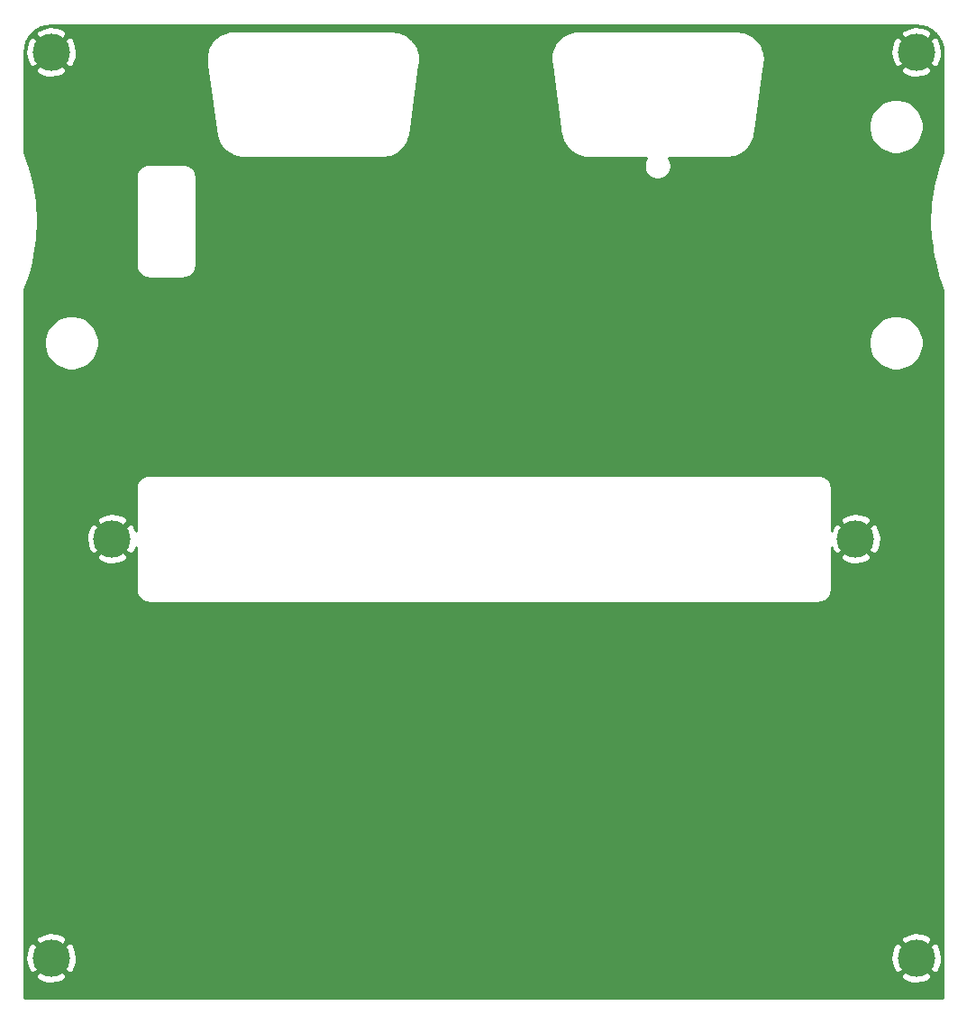
<source format=gbl>
%TF.GenerationSoftware,KiCad,Pcbnew,(5.1.8)-1*%
%TF.CreationDate,2021-04-11T21:11:18+02:00*%
%TF.ProjectId,ZX Interface 2021 FA1,5a582049-6e74-4657-9266-616365203230,rev?*%
%TF.SameCoordinates,Original*%
%TF.FileFunction,Copper,L2,Bot*%
%TF.FilePolarity,Positive*%
%FSLAX46Y46*%
G04 Gerber Fmt 4.6, Leading zero omitted, Abs format (unit mm)*
G04 Created by KiCad (PCBNEW (5.1.8)-1) date 2021-04-11 21:11:18*
%MOMM*%
%LPD*%
G01*
G04 APERTURE LIST*
%TA.AperFunction,ComponentPad*%
%ADD10C,3.500000*%
%TD*%
%TA.AperFunction,Conductor*%
%ADD11C,0.254000*%
%TD*%
%TA.AperFunction,Conductor*%
%ADD12C,0.100000*%
%TD*%
G04 APERTURE END LIST*
D10*
%TO.P,M1,1*%
%TO.N,Net-(M1-Pad1)*%
X105410000Y-134620000D03*
%TD*%
%TO.P,M2,1*%
%TO.N,Net-(M1-Pad1)*%
X186690000Y-134620000D03*
%TD*%
%TO.P,M3,1*%
%TO.N,Net-(M1-Pad1)*%
X186690000Y-49530000D03*
%TD*%
%TO.P,M5,1*%
%TO.N,Net-(M1-Pad1)*%
X180975000Y-95250000D03*
%TD*%
%TO.P,M6,1*%
%TO.N,Net-(M1-Pad1)*%
X111125000Y-95250000D03*
%TD*%
%TO.P,M4,1*%
%TO.N,Net-(M1-Pad1)*%
X105410000Y-49530000D03*
%TD*%
D11*
%TO.N,Net-(M1-Pad1)*%
X187177884Y-47066002D02*
X187647188Y-47207694D01*
X188080025Y-47437837D01*
X188459927Y-47747678D01*
X188772403Y-48125397D01*
X189005569Y-48556627D01*
X189150532Y-49024928D01*
X189205001Y-49543163D01*
X189205000Y-58924897D01*
X189202227Y-58932686D01*
X189197230Y-58944468D01*
X189194112Y-58953140D01*
X188658857Y-60474761D01*
X188650980Y-60501219D01*
X188642714Y-60527627D01*
X188640457Y-60536562D01*
X188256241Y-62103154D01*
X188250976Y-62130288D01*
X188245334Y-62157344D01*
X188243959Y-62166456D01*
X188014450Y-63763064D01*
X188011859Y-63790577D01*
X188008883Y-63818058D01*
X188008404Y-63827261D01*
X187935791Y-65438645D01*
X187935897Y-65466255D01*
X187935617Y-65493921D01*
X187936039Y-65503127D01*
X188021017Y-67113906D01*
X188023815Y-67141357D01*
X188026237Y-67168934D01*
X188027555Y-67178054D01*
X188269311Y-68772855D01*
X188274782Y-68799941D01*
X188279877Y-68827111D01*
X188282078Y-68836060D01*
X188678306Y-70399657D01*
X188686388Y-70426058D01*
X188694116Y-70452624D01*
X188697180Y-70461314D01*
X189205001Y-71870308D01*
X189205000Y-138397725D01*
X189204335Y-138404513D01*
X189199699Y-138405000D01*
X102902275Y-138405000D01*
X102895487Y-138404335D01*
X102895000Y-138399699D01*
X102895000Y-136289609D01*
X103919997Y-136289609D01*
X104106073Y-136630766D01*
X104523409Y-136846513D01*
X104974815Y-136976696D01*
X105442946Y-137016313D01*
X105909811Y-136963842D01*
X106357468Y-136821297D01*
X106713927Y-136630766D01*
X106900003Y-136289609D01*
X185199997Y-136289609D01*
X185386073Y-136630766D01*
X185803409Y-136846513D01*
X186254815Y-136976696D01*
X186722946Y-137016313D01*
X187189811Y-136963842D01*
X187637468Y-136821297D01*
X187993927Y-136630766D01*
X188180003Y-136289609D01*
X186690000Y-134799605D01*
X185199997Y-136289609D01*
X106900003Y-136289609D01*
X105410000Y-134799605D01*
X103919997Y-136289609D01*
X102895000Y-136289609D01*
X102895000Y-134652946D01*
X103013687Y-134652946D01*
X103066158Y-135119811D01*
X103208703Y-135567468D01*
X103399234Y-135923927D01*
X103740391Y-136110003D01*
X105230395Y-134620000D01*
X105589605Y-134620000D01*
X107079609Y-136110003D01*
X107420766Y-135923927D01*
X107636513Y-135506591D01*
X107766696Y-135055185D01*
X107800736Y-134652946D01*
X184293687Y-134652946D01*
X184346158Y-135119811D01*
X184488703Y-135567468D01*
X184679234Y-135923927D01*
X185020391Y-136110003D01*
X186510395Y-134620000D01*
X186869605Y-134620000D01*
X188359609Y-136110003D01*
X188700766Y-135923927D01*
X188916513Y-135506591D01*
X189046696Y-135055185D01*
X189086313Y-134587054D01*
X189033842Y-134120189D01*
X188891297Y-133672532D01*
X188700766Y-133316073D01*
X188359609Y-133129997D01*
X186869605Y-134620000D01*
X186510395Y-134620000D01*
X185020391Y-133129997D01*
X184679234Y-133316073D01*
X184463487Y-133733409D01*
X184333304Y-134184815D01*
X184293687Y-134652946D01*
X107800736Y-134652946D01*
X107806313Y-134587054D01*
X107753842Y-134120189D01*
X107611297Y-133672532D01*
X107420766Y-133316073D01*
X107079609Y-133129997D01*
X105589605Y-134620000D01*
X105230395Y-134620000D01*
X103740391Y-133129997D01*
X103399234Y-133316073D01*
X103183487Y-133733409D01*
X103053304Y-134184815D01*
X103013687Y-134652946D01*
X102895000Y-134652946D01*
X102895000Y-132950391D01*
X103919997Y-132950391D01*
X105410000Y-134440395D01*
X106900003Y-132950391D01*
X185199997Y-132950391D01*
X186690000Y-134440395D01*
X188180003Y-132950391D01*
X187993927Y-132609234D01*
X187576591Y-132393487D01*
X187125185Y-132263304D01*
X186657054Y-132223687D01*
X186190189Y-132276158D01*
X185742532Y-132418703D01*
X185386073Y-132609234D01*
X185199997Y-132950391D01*
X106900003Y-132950391D01*
X106713927Y-132609234D01*
X106296591Y-132393487D01*
X105845185Y-132263304D01*
X105377054Y-132223687D01*
X104910189Y-132276158D01*
X104462532Y-132418703D01*
X104106073Y-132609234D01*
X103919997Y-132950391D01*
X102895000Y-132950391D01*
X102895000Y-96919609D01*
X109634997Y-96919609D01*
X109821073Y-97260766D01*
X110238409Y-97476513D01*
X110689815Y-97606696D01*
X111157946Y-97646313D01*
X111624811Y-97593842D01*
X112072468Y-97451297D01*
X112428927Y-97260766D01*
X112615003Y-96919609D01*
X111125000Y-95429605D01*
X109634997Y-96919609D01*
X102895000Y-96919609D01*
X102895000Y-95282946D01*
X108728687Y-95282946D01*
X108781158Y-95749811D01*
X108923703Y-96197468D01*
X109114234Y-96553927D01*
X109455391Y-96740003D01*
X110945395Y-95250000D01*
X111304605Y-95250000D01*
X112794609Y-96740003D01*
X113135766Y-96553927D01*
X113351513Y-96136591D01*
X113386001Y-96017006D01*
X113386001Y-100108419D01*
X113388749Y-100136323D01*
X113388728Y-100139367D01*
X113389628Y-100148538D01*
X113394778Y-100197535D01*
X113395551Y-100205383D01*
X113395630Y-100205645D01*
X113399992Y-100247140D01*
X113412016Y-100305714D01*
X113423229Y-100364496D01*
X113425893Y-100373317D01*
X113455211Y-100468028D01*
X113478370Y-100523119D01*
X113500798Y-100578632D01*
X113505125Y-100586768D01*
X113552280Y-100673980D01*
X113585730Y-100723571D01*
X113618486Y-100773629D01*
X113624310Y-100780770D01*
X113687507Y-100857162D01*
X113729942Y-100899301D01*
X113771805Y-100942051D01*
X113778906Y-100947925D01*
X113855737Y-101010587D01*
X113905548Y-101043681D01*
X113954921Y-101077488D01*
X113963027Y-101081870D01*
X114050566Y-101128415D01*
X114105841Y-101151197D01*
X114160851Y-101174775D01*
X114169655Y-101177500D01*
X114264568Y-101206156D01*
X114323241Y-101217773D01*
X114381758Y-101230212D01*
X114390923Y-101231175D01*
X114489594Y-101240850D01*
X114489598Y-101240850D01*
X114521581Y-101244000D01*
X177578419Y-101244000D01*
X177606332Y-101241251D01*
X177609367Y-101241272D01*
X177618538Y-101240372D01*
X177667384Y-101235238D01*
X177675383Y-101234450D01*
X177675650Y-101234369D01*
X177717140Y-101230008D01*
X177775714Y-101217984D01*
X177834496Y-101206771D01*
X177843317Y-101204107D01*
X177938028Y-101174789D01*
X177993119Y-101151630D01*
X178048632Y-101129202D01*
X178056768Y-101124875D01*
X178143980Y-101077720D01*
X178193571Y-101044270D01*
X178243629Y-101011514D01*
X178250770Y-101005690D01*
X178327162Y-100942493D01*
X178369301Y-100900058D01*
X178412051Y-100858195D01*
X178417925Y-100851094D01*
X178480587Y-100774263D01*
X178513681Y-100724452D01*
X178547488Y-100675079D01*
X178551870Y-100666973D01*
X178598415Y-100579434D01*
X178621197Y-100524159D01*
X178644775Y-100469149D01*
X178647500Y-100460345D01*
X178676156Y-100365432D01*
X178687773Y-100306759D01*
X178700212Y-100248242D01*
X178701175Y-100239077D01*
X178710850Y-100140406D01*
X178710850Y-100140402D01*
X178714000Y-100108419D01*
X178714000Y-96919609D01*
X179484997Y-96919609D01*
X179671073Y-97260766D01*
X180088409Y-97476513D01*
X180539815Y-97606696D01*
X181007946Y-97646313D01*
X181474811Y-97593842D01*
X181922468Y-97451297D01*
X182278927Y-97260766D01*
X182465003Y-96919609D01*
X180975000Y-95429605D01*
X179484997Y-96919609D01*
X178714000Y-96919609D01*
X178714000Y-96009973D01*
X178773703Y-96197468D01*
X178964234Y-96553927D01*
X179305391Y-96740003D01*
X180795395Y-95250000D01*
X181154605Y-95250000D01*
X182644609Y-96740003D01*
X182985766Y-96553927D01*
X183201513Y-96136591D01*
X183331696Y-95685185D01*
X183371313Y-95217054D01*
X183318842Y-94750189D01*
X183176297Y-94302532D01*
X182985766Y-93946073D01*
X182644609Y-93759997D01*
X181154605Y-95250000D01*
X180795395Y-95250000D01*
X179305391Y-93759997D01*
X178964234Y-93946073D01*
X178748487Y-94363409D01*
X178714000Y-94482992D01*
X178714000Y-93580391D01*
X179484997Y-93580391D01*
X180975000Y-95070395D01*
X182465003Y-93580391D01*
X182278927Y-93239234D01*
X181861591Y-93023487D01*
X181410185Y-92893304D01*
X180942054Y-92853687D01*
X180475189Y-92906158D01*
X180027532Y-93048703D01*
X179671073Y-93239234D01*
X179484997Y-93580391D01*
X178714000Y-93580391D01*
X178714000Y-90391581D01*
X178711251Y-90363668D01*
X178711272Y-90360633D01*
X178710372Y-90351462D01*
X178705238Y-90302616D01*
X178704450Y-90294617D01*
X178704369Y-90294350D01*
X178700008Y-90252860D01*
X178687984Y-90194286D01*
X178676771Y-90135504D01*
X178674107Y-90126683D01*
X178644789Y-90031973D01*
X178621636Y-89976895D01*
X178599202Y-89921368D01*
X178594875Y-89913232D01*
X178547720Y-89826020D01*
X178514270Y-89776429D01*
X178481514Y-89726371D01*
X178475689Y-89719230D01*
X178412493Y-89642838D01*
X178370058Y-89600699D01*
X178328195Y-89557949D01*
X178321094Y-89552075D01*
X178244263Y-89489413D01*
X178194467Y-89456329D01*
X178145079Y-89422512D01*
X178136973Y-89418130D01*
X178049434Y-89371585D01*
X177994159Y-89348803D01*
X177939149Y-89325225D01*
X177930346Y-89322500D01*
X177835432Y-89293844D01*
X177776752Y-89282225D01*
X177718242Y-89269788D01*
X177709077Y-89268825D01*
X177610406Y-89259150D01*
X177610402Y-89259150D01*
X177578419Y-89256000D01*
X114521581Y-89256000D01*
X114493668Y-89258749D01*
X114490633Y-89258728D01*
X114481462Y-89259628D01*
X114432616Y-89264762D01*
X114424617Y-89265550D01*
X114424350Y-89265631D01*
X114382860Y-89269992D01*
X114324286Y-89282016D01*
X114265504Y-89293229D01*
X114256683Y-89295893D01*
X114161973Y-89325211D01*
X114106895Y-89348364D01*
X114051368Y-89370798D01*
X114043232Y-89375125D01*
X113956020Y-89422280D01*
X113906429Y-89455730D01*
X113856371Y-89488486D01*
X113849230Y-89494311D01*
X113772838Y-89557507D01*
X113730709Y-89599932D01*
X113687949Y-89641805D01*
X113682075Y-89648906D01*
X113619413Y-89725737D01*
X113586329Y-89775533D01*
X113552512Y-89824921D01*
X113548130Y-89833027D01*
X113501585Y-89920566D01*
X113478813Y-89975816D01*
X113455225Y-90030851D01*
X113452500Y-90039654D01*
X113423844Y-90134568D01*
X113412225Y-90193248D01*
X113399788Y-90251758D01*
X113398825Y-90260923D01*
X113389150Y-90359594D01*
X113389150Y-90359599D01*
X113386000Y-90391582D01*
X113386000Y-94490028D01*
X113326297Y-94302532D01*
X113135766Y-93946073D01*
X112794609Y-93759997D01*
X111304605Y-95250000D01*
X110945395Y-95250000D01*
X109455391Y-93759997D01*
X109114234Y-93946073D01*
X108898487Y-94363409D01*
X108768304Y-94814815D01*
X108728687Y-95282946D01*
X102895000Y-95282946D01*
X102895000Y-93580391D01*
X109634997Y-93580391D01*
X111125000Y-95070395D01*
X112615003Y-93580391D01*
X112428927Y-93239234D01*
X112011591Y-93023487D01*
X111560185Y-92893304D01*
X111092054Y-92853687D01*
X110625189Y-92906158D01*
X110177532Y-93048703D01*
X109821073Y-93239234D01*
X109634997Y-93580391D01*
X102895000Y-93580391D01*
X102895000Y-76582116D01*
X104747423Y-76582116D01*
X104747423Y-77087884D01*
X104846094Y-77583934D01*
X105039643Y-78051204D01*
X105320633Y-78471735D01*
X105678265Y-78829367D01*
X106098796Y-79110357D01*
X106566066Y-79303906D01*
X107062116Y-79402577D01*
X107567884Y-79402577D01*
X108063934Y-79303906D01*
X108531204Y-79110357D01*
X108951735Y-78829367D01*
X109309367Y-78471735D01*
X109590357Y-78051204D01*
X109783906Y-77583934D01*
X109882577Y-77087884D01*
X109882577Y-76582116D01*
X182217423Y-76582116D01*
X182217423Y-77087884D01*
X182316094Y-77583934D01*
X182509643Y-78051204D01*
X182790633Y-78471735D01*
X183148265Y-78829367D01*
X183568796Y-79110357D01*
X184036066Y-79303906D01*
X184532116Y-79402577D01*
X185037884Y-79402577D01*
X185533934Y-79303906D01*
X186001204Y-79110357D01*
X186421735Y-78829367D01*
X186779367Y-78471735D01*
X187060357Y-78051204D01*
X187253906Y-77583934D01*
X187352577Y-77087884D01*
X187352577Y-76582116D01*
X187253906Y-76086066D01*
X187060357Y-75618796D01*
X186779367Y-75198265D01*
X186421735Y-74840633D01*
X186001204Y-74559643D01*
X185533934Y-74366094D01*
X185037884Y-74267423D01*
X184532116Y-74267423D01*
X184036066Y-74366094D01*
X183568796Y-74559643D01*
X183148265Y-74840633D01*
X182790633Y-75198265D01*
X182509643Y-75618796D01*
X182316094Y-76086066D01*
X182217423Y-76582116D01*
X109882577Y-76582116D01*
X109783906Y-76086066D01*
X109590357Y-75618796D01*
X109309367Y-75198265D01*
X108951735Y-74840633D01*
X108531204Y-74559643D01*
X108063934Y-74366094D01*
X107567884Y-74267423D01*
X107062116Y-74267423D01*
X106566066Y-74366094D01*
X106098796Y-74559643D01*
X105678265Y-74840633D01*
X105320633Y-75198265D01*
X105039643Y-75618796D01*
X104846094Y-76086066D01*
X104747423Y-76582116D01*
X102895000Y-76582116D01*
X102895000Y-71885103D01*
X102897775Y-71877312D01*
X102902770Y-71865532D01*
X102905888Y-71856861D01*
X103441143Y-70335239D01*
X103449024Y-70308769D01*
X103457286Y-70282372D01*
X103459543Y-70273438D01*
X103617737Y-69628418D01*
X113386000Y-69628418D01*
X113388749Y-69656332D01*
X113388728Y-69659367D01*
X113389628Y-69668538D01*
X113394764Y-69717399D01*
X113395550Y-69725382D01*
X113395631Y-69725649D01*
X113399992Y-69767140D01*
X113412016Y-69825714D01*
X113423229Y-69884496D01*
X113425893Y-69893317D01*
X113455211Y-69988028D01*
X113478370Y-70043119D01*
X113500798Y-70098632D01*
X113505125Y-70106768D01*
X113552280Y-70193980D01*
X113585730Y-70243571D01*
X113618486Y-70293629D01*
X113624310Y-70300770D01*
X113687507Y-70377162D01*
X113729942Y-70419301D01*
X113771805Y-70462051D01*
X113778906Y-70467925D01*
X113855737Y-70530587D01*
X113905548Y-70563681D01*
X113954921Y-70597488D01*
X113963027Y-70601870D01*
X114050566Y-70648415D01*
X114105841Y-70671197D01*
X114160851Y-70694775D01*
X114169655Y-70697500D01*
X114264568Y-70726156D01*
X114323241Y-70737773D01*
X114381758Y-70750212D01*
X114390923Y-70751175D01*
X114489594Y-70760850D01*
X114489598Y-70760850D01*
X114521581Y-70764000D01*
X117888419Y-70764000D01*
X117916332Y-70761251D01*
X117919367Y-70761272D01*
X117928538Y-70760372D01*
X117977384Y-70755238D01*
X117985383Y-70754450D01*
X117985650Y-70754369D01*
X118027140Y-70750008D01*
X118085714Y-70737984D01*
X118144496Y-70726771D01*
X118153317Y-70724107D01*
X118248028Y-70694789D01*
X118303119Y-70671630D01*
X118358632Y-70649202D01*
X118366768Y-70644875D01*
X118453980Y-70597720D01*
X118503571Y-70564270D01*
X118553629Y-70531514D01*
X118560770Y-70525690D01*
X118637162Y-70462493D01*
X118679301Y-70420058D01*
X118722051Y-70378195D01*
X118727925Y-70371094D01*
X118790587Y-70294263D01*
X118823681Y-70244452D01*
X118857488Y-70195079D01*
X118861870Y-70186973D01*
X118908415Y-70099434D01*
X118931197Y-70044159D01*
X118954775Y-69989149D01*
X118957500Y-69980345D01*
X118986156Y-69885432D01*
X118997773Y-69826759D01*
X119010212Y-69768242D01*
X119011175Y-69759077D01*
X119020850Y-69660406D01*
X119020850Y-69660402D01*
X119024000Y-69628419D01*
X119024000Y-61181581D01*
X119021251Y-61153668D01*
X119021272Y-61150633D01*
X119020372Y-61141462D01*
X119015238Y-61092616D01*
X119014450Y-61084617D01*
X119014369Y-61084350D01*
X119010008Y-61042860D01*
X118997984Y-60984286D01*
X118986771Y-60925504D01*
X118984107Y-60916683D01*
X118954789Y-60821973D01*
X118931636Y-60766895D01*
X118909202Y-60711368D01*
X118904875Y-60703232D01*
X118857720Y-60616020D01*
X118824270Y-60566429D01*
X118791514Y-60516371D01*
X118785689Y-60509230D01*
X118722493Y-60432838D01*
X118680058Y-60390699D01*
X118638195Y-60347949D01*
X118631094Y-60342075D01*
X118554263Y-60279413D01*
X118504467Y-60246329D01*
X118455079Y-60212512D01*
X118446973Y-60208130D01*
X118359434Y-60161585D01*
X118304159Y-60138803D01*
X118249149Y-60115225D01*
X118240346Y-60112500D01*
X118145432Y-60083844D01*
X118086752Y-60072225D01*
X118028242Y-60059788D01*
X118019077Y-60058825D01*
X117920406Y-60049150D01*
X117920402Y-60049150D01*
X117888419Y-60046000D01*
X114521581Y-60046000D01*
X114493668Y-60048749D01*
X114490633Y-60048728D01*
X114481462Y-60049628D01*
X114432616Y-60054762D01*
X114424617Y-60055550D01*
X114424350Y-60055631D01*
X114382860Y-60059992D01*
X114324286Y-60072016D01*
X114265504Y-60083229D01*
X114256683Y-60085893D01*
X114161973Y-60115211D01*
X114106895Y-60138364D01*
X114051368Y-60160798D01*
X114043232Y-60165125D01*
X113956020Y-60212280D01*
X113906429Y-60245730D01*
X113856371Y-60278486D01*
X113849230Y-60284311D01*
X113772838Y-60347507D01*
X113730709Y-60389932D01*
X113687949Y-60431805D01*
X113682075Y-60438906D01*
X113619413Y-60515737D01*
X113586329Y-60565533D01*
X113552512Y-60614921D01*
X113548130Y-60623027D01*
X113501585Y-60710566D01*
X113478813Y-60765816D01*
X113455225Y-60820851D01*
X113452500Y-60829654D01*
X113423844Y-60924568D01*
X113412225Y-60983248D01*
X113399788Y-61041758D01*
X113398825Y-61050923D01*
X113389150Y-61149594D01*
X113389150Y-61149608D01*
X113386001Y-61181581D01*
X113386000Y-69628418D01*
X103617737Y-69628418D01*
X103843759Y-68706846D01*
X103849022Y-68679718D01*
X103854666Y-68652656D01*
X103856041Y-68643544D01*
X104085550Y-67046937D01*
X104088142Y-67019416D01*
X104091117Y-66991942D01*
X104091596Y-66982739D01*
X104164209Y-65371355D01*
X104164103Y-65343745D01*
X104164383Y-65316079D01*
X104163961Y-65306874D01*
X104078983Y-63696094D01*
X104076185Y-63668643D01*
X104073763Y-63641066D01*
X104072445Y-63631946D01*
X103830689Y-62037146D01*
X103825218Y-62010061D01*
X103820123Y-61982889D01*
X103817922Y-61973941D01*
X103421694Y-60410343D01*
X103413604Y-60383914D01*
X103405884Y-60357376D01*
X103402820Y-60348686D01*
X102894998Y-58939690D01*
X102894998Y-51199609D01*
X103919997Y-51199609D01*
X104106073Y-51540766D01*
X104523409Y-51756513D01*
X104974815Y-51886696D01*
X105442946Y-51926313D01*
X105909811Y-51873842D01*
X106357468Y-51731297D01*
X106713927Y-51540766D01*
X106900003Y-51199609D01*
X105410000Y-49709605D01*
X103919997Y-51199609D01*
X102894998Y-51199609D01*
X102894999Y-49562946D01*
X103013687Y-49562946D01*
X103066158Y-50029811D01*
X103208703Y-50477468D01*
X103399234Y-50833927D01*
X103740391Y-51020003D01*
X105230395Y-49530000D01*
X105589605Y-49530000D01*
X107079609Y-51020003D01*
X107420766Y-50833927D01*
X107636513Y-50416591D01*
X107691944Y-50224384D01*
X119961361Y-50224384D01*
X119965762Y-50283994D01*
X119969335Y-50343753D01*
X119970844Y-50352844D01*
X120032134Y-50706858D01*
X120918686Y-57308695D01*
X120922506Y-57324888D01*
X120932787Y-57380191D01*
X120942182Y-57412675D01*
X120948521Y-57445905D01*
X120951185Y-57454727D01*
X121062643Y-57814790D01*
X121085831Y-57869953D01*
X121108233Y-57925399D01*
X121112559Y-57933535D01*
X121291831Y-58265092D01*
X121325276Y-58314676D01*
X121358035Y-58364737D01*
X121363859Y-58371878D01*
X121604117Y-58662300D01*
X121646550Y-58704438D01*
X121688416Y-58747191D01*
X121695517Y-58753065D01*
X121987609Y-58991289D01*
X122037447Y-59024401D01*
X122086792Y-59058188D01*
X122094898Y-59062571D01*
X122427698Y-59239523D01*
X122482973Y-59262305D01*
X122537983Y-59285883D01*
X122546786Y-59288608D01*
X122907618Y-59397550D01*
X122966321Y-59409173D01*
X123024810Y-59421606D01*
X123033975Y-59422569D01*
X123409095Y-59459350D01*
X123409098Y-59459350D01*
X123441081Y-59462500D01*
X136591419Y-59462500D01*
X136597559Y-59461895D01*
X136642372Y-59461059D01*
X136675963Y-59457131D01*
X136709779Y-59456342D01*
X136718919Y-59455165D01*
X137087325Y-59405108D01*
X137145514Y-59391312D01*
X137203924Y-59378323D01*
X137212661Y-59375392D01*
X137564326Y-59254732D01*
X137618743Y-59229889D01*
X137673501Y-59205809D01*
X137681503Y-59201238D01*
X138003036Y-59014569D01*
X138051572Y-58979643D01*
X138100629Y-58945373D01*
X138107590Y-58939334D01*
X138386741Y-58693769D01*
X138427571Y-58650079D01*
X138469035Y-58606935D01*
X138474691Y-58599659D01*
X138700829Y-58304549D01*
X138732380Y-58253786D01*
X138764690Y-58203385D01*
X138768825Y-58195149D01*
X138933336Y-57861735D01*
X138954432Y-57805793D01*
X138976331Y-57750093D01*
X138978788Y-57741211D01*
X139060880Y-57436167D01*
X139064689Y-57427903D01*
X139087425Y-57333160D01*
X140003574Y-50705012D01*
X140014774Y-50652031D01*
X140018548Y-50618038D01*
X140025429Y-50584520D01*
X140026328Y-50575349D01*
X140058268Y-50224384D01*
X152346361Y-50224384D01*
X152350762Y-50283994D01*
X152354335Y-50343753D01*
X152355844Y-50352844D01*
X152417134Y-50706858D01*
X153303686Y-57308695D01*
X153307506Y-57324888D01*
X153317787Y-57380191D01*
X153327182Y-57412675D01*
X153333521Y-57445905D01*
X153336185Y-57454727D01*
X153447643Y-57814790D01*
X153470831Y-57869953D01*
X153493233Y-57925399D01*
X153497559Y-57933535D01*
X153676831Y-58265092D01*
X153710276Y-58314676D01*
X153743035Y-58364737D01*
X153748859Y-58371878D01*
X153989117Y-58662300D01*
X154031550Y-58704438D01*
X154073416Y-58747191D01*
X154080517Y-58753065D01*
X154372609Y-58991289D01*
X154422447Y-59024401D01*
X154471792Y-59058188D01*
X154479898Y-59062571D01*
X154812698Y-59239523D01*
X154867973Y-59262305D01*
X154922983Y-59285883D01*
X154931786Y-59288608D01*
X155292618Y-59397550D01*
X155351321Y-59409173D01*
X155409810Y-59421606D01*
X155418975Y-59422569D01*
X155794095Y-59459350D01*
X155794098Y-59459350D01*
X155826081Y-59462500D01*
X161347596Y-59462500D01*
X161245050Y-59615969D01*
X161149401Y-59846887D01*
X161100639Y-60092028D01*
X161100639Y-60341972D01*
X161149401Y-60587113D01*
X161245050Y-60818031D01*
X161383912Y-61025851D01*
X161560649Y-61202588D01*
X161768469Y-61341450D01*
X161999387Y-61437099D01*
X162244528Y-61485861D01*
X162494472Y-61485861D01*
X162739613Y-61437099D01*
X162970531Y-61341450D01*
X163178351Y-61202588D01*
X163355088Y-61025851D01*
X163493950Y-60818031D01*
X163589599Y-60587113D01*
X163638361Y-60341972D01*
X163638361Y-60092028D01*
X163589599Y-59846887D01*
X163493950Y-59615969D01*
X163391404Y-59462500D01*
X168976419Y-59462500D01*
X168982559Y-59461895D01*
X169027372Y-59461059D01*
X169060963Y-59457131D01*
X169094779Y-59456342D01*
X169103919Y-59455165D01*
X169472325Y-59405108D01*
X169530514Y-59391312D01*
X169588924Y-59378323D01*
X169597661Y-59375392D01*
X169949326Y-59254732D01*
X170003743Y-59229889D01*
X170058501Y-59205809D01*
X170066503Y-59201238D01*
X170388036Y-59014569D01*
X170436572Y-58979643D01*
X170485629Y-58945373D01*
X170492590Y-58939334D01*
X170771741Y-58693769D01*
X170812571Y-58650079D01*
X170854035Y-58606935D01*
X170859691Y-58599659D01*
X171085829Y-58304549D01*
X171117380Y-58253786D01*
X171149690Y-58203385D01*
X171153825Y-58195149D01*
X171318336Y-57861735D01*
X171339432Y-57805793D01*
X171361331Y-57750093D01*
X171363788Y-57741211D01*
X171445880Y-57436167D01*
X171449689Y-57427903D01*
X171472425Y-57333160D01*
X171620465Y-56262116D01*
X182217423Y-56262116D01*
X182217423Y-56767884D01*
X182316094Y-57263934D01*
X182509643Y-57731204D01*
X182790633Y-58151735D01*
X183148265Y-58509367D01*
X183568796Y-58790357D01*
X184036066Y-58983906D01*
X184532116Y-59082577D01*
X185037884Y-59082577D01*
X185533934Y-58983906D01*
X186001204Y-58790357D01*
X186421735Y-58509367D01*
X186779367Y-58151735D01*
X187060357Y-57731204D01*
X187253906Y-57263934D01*
X187352577Y-56767884D01*
X187352577Y-56262116D01*
X187253906Y-55766066D01*
X187060357Y-55298796D01*
X186779367Y-54878265D01*
X186421735Y-54520633D01*
X186001204Y-54239643D01*
X185533934Y-54046094D01*
X185037884Y-53947423D01*
X184532116Y-53947423D01*
X184036066Y-54046094D01*
X183568796Y-54239643D01*
X183148265Y-54520633D01*
X182790633Y-54878265D01*
X182509643Y-55298796D01*
X182316094Y-55766066D01*
X182217423Y-56262116D01*
X171620465Y-56262116D01*
X172320210Y-51199609D01*
X185199997Y-51199609D01*
X185386073Y-51540766D01*
X185803409Y-51756513D01*
X186254815Y-51886696D01*
X186722946Y-51926313D01*
X187189811Y-51873842D01*
X187637468Y-51731297D01*
X187993927Y-51540766D01*
X188180003Y-51199609D01*
X186690000Y-49709605D01*
X185199997Y-51199609D01*
X172320210Y-51199609D01*
X172388574Y-50705012D01*
X172399774Y-50652031D01*
X172403548Y-50618038D01*
X172410429Y-50584520D01*
X172411328Y-50575349D01*
X172445921Y-50195237D01*
X172445503Y-50135420D01*
X172445921Y-50075603D01*
X172445022Y-50066432D01*
X172405126Y-49686839D01*
X172393088Y-49628197D01*
X172381888Y-49569481D01*
X172379916Y-49562946D01*
X184293687Y-49562946D01*
X184346158Y-50029811D01*
X184488703Y-50477468D01*
X184679234Y-50833927D01*
X185020391Y-51020003D01*
X186510395Y-49530000D01*
X186869605Y-49530000D01*
X188359609Y-51020003D01*
X188700766Y-50833927D01*
X188916513Y-50416591D01*
X189046696Y-49965185D01*
X189086313Y-49497054D01*
X189033842Y-49030189D01*
X188891297Y-48582532D01*
X188700766Y-48226073D01*
X188359609Y-48039997D01*
X186869605Y-49530000D01*
X186510395Y-49530000D01*
X185020391Y-48039997D01*
X184679234Y-48226073D01*
X184463487Y-48643409D01*
X184333304Y-49094815D01*
X184293687Y-49562946D01*
X172379916Y-49562946D01*
X172379225Y-49560659D01*
X172266358Y-49196046D01*
X172243175Y-49140898D01*
X172220768Y-49085438D01*
X172216442Y-49077301D01*
X172034904Y-48741555D01*
X172001449Y-48691956D01*
X171968700Y-48641910D01*
X171962876Y-48634769D01*
X171719583Y-48340676D01*
X171677127Y-48298516D01*
X171635283Y-48255786D01*
X171628183Y-48249912D01*
X171332400Y-48008677D01*
X171282589Y-47975583D01*
X171233217Y-47941777D01*
X171225111Y-47937395D01*
X171080289Y-47860391D01*
X185199997Y-47860391D01*
X186690000Y-49350395D01*
X188180003Y-47860391D01*
X187993927Y-47519234D01*
X187576591Y-47303487D01*
X187125185Y-47173304D01*
X186657054Y-47133687D01*
X186190189Y-47186158D01*
X185742532Y-47328703D01*
X185386073Y-47519234D01*
X185199997Y-47860391D01*
X171080289Y-47860391D01*
X170888105Y-47758205D01*
X170832813Y-47735416D01*
X170777817Y-47711844D01*
X170769014Y-47709120D01*
X170403621Y-47598802D01*
X170344948Y-47587185D01*
X170286431Y-47574746D01*
X170277267Y-47573783D01*
X169897405Y-47536537D01*
X169897394Y-47536537D01*
X169865347Y-47533384D01*
X154873510Y-47535004D01*
X154860285Y-47536308D01*
X154725874Y-47541732D01*
X154685313Y-47547368D01*
X154644438Y-47550099D01*
X154635358Y-47551671D01*
X154269470Y-47617651D01*
X154211926Y-47633959D01*
X154154142Y-47649465D01*
X154145540Y-47652772D01*
X153799435Y-47788563D01*
X153746162Y-47815733D01*
X153692483Y-47842172D01*
X153684687Y-47847086D01*
X153371549Y-48047517D01*
X153324576Y-48084511D01*
X153277046Y-48120879D01*
X153270353Y-48127214D01*
X153002109Y-48384651D01*
X152963199Y-48430085D01*
X152923658Y-48474969D01*
X152918323Y-48482483D01*
X152705190Y-48787118D01*
X152675841Y-48839251D01*
X152645774Y-48890957D01*
X152642000Y-48899364D01*
X152492097Y-49239596D01*
X152473456Y-49296368D01*
X152453981Y-49352997D01*
X152451912Y-49361977D01*
X152370949Y-49724845D01*
X152363684Y-49784205D01*
X152355586Y-49843490D01*
X152355301Y-49852700D01*
X152346361Y-50224384D01*
X140058268Y-50224384D01*
X140060921Y-50195237D01*
X140060503Y-50135420D01*
X140060921Y-50075603D01*
X140060022Y-50066432D01*
X140020126Y-49686839D01*
X140008088Y-49628197D01*
X139996888Y-49569481D01*
X139994225Y-49560659D01*
X139881358Y-49196046D01*
X139858175Y-49140898D01*
X139835768Y-49085438D01*
X139831442Y-49077301D01*
X139649904Y-48741555D01*
X139616449Y-48691956D01*
X139583700Y-48641910D01*
X139577876Y-48634769D01*
X139334583Y-48340676D01*
X139292127Y-48298516D01*
X139250283Y-48255786D01*
X139243183Y-48249912D01*
X138947400Y-48008677D01*
X138897589Y-47975583D01*
X138848217Y-47941777D01*
X138840111Y-47937395D01*
X138503105Y-47758205D01*
X138447813Y-47735416D01*
X138392817Y-47711844D01*
X138384014Y-47709120D01*
X138018621Y-47598802D01*
X137959948Y-47587185D01*
X137901431Y-47574746D01*
X137892267Y-47573783D01*
X137512405Y-47536537D01*
X137512394Y-47536537D01*
X137480347Y-47533384D01*
X122488510Y-47535004D01*
X122475285Y-47536308D01*
X122340874Y-47541732D01*
X122300313Y-47547368D01*
X122259438Y-47550099D01*
X122250358Y-47551671D01*
X121884470Y-47617651D01*
X121826926Y-47633959D01*
X121769142Y-47649465D01*
X121760540Y-47652772D01*
X121414435Y-47788563D01*
X121361162Y-47815733D01*
X121307483Y-47842172D01*
X121299687Y-47847086D01*
X120986549Y-48047517D01*
X120939576Y-48084511D01*
X120892046Y-48120879D01*
X120885353Y-48127214D01*
X120617109Y-48384651D01*
X120578199Y-48430085D01*
X120538658Y-48474969D01*
X120533323Y-48482483D01*
X120320190Y-48787118D01*
X120290841Y-48839251D01*
X120260774Y-48890957D01*
X120257000Y-48899364D01*
X120107097Y-49239596D01*
X120088456Y-49296368D01*
X120068981Y-49352997D01*
X120066912Y-49361977D01*
X119985949Y-49724845D01*
X119978684Y-49784205D01*
X119970586Y-49843490D01*
X119970301Y-49852700D01*
X119961361Y-50224384D01*
X107691944Y-50224384D01*
X107766696Y-49965185D01*
X107806313Y-49497054D01*
X107753842Y-49030189D01*
X107611297Y-48582532D01*
X107420766Y-48226073D01*
X107079609Y-48039997D01*
X105589605Y-49530000D01*
X105230395Y-49530000D01*
X103740391Y-48039997D01*
X103399234Y-48226073D01*
X103183487Y-48643409D01*
X103053304Y-49094815D01*
X103013687Y-49562946D01*
X102894999Y-49562946D01*
X102895000Y-49562278D01*
X102946002Y-49042116D01*
X103087694Y-48572812D01*
X103317837Y-48139975D01*
X103545860Y-47860391D01*
X103919997Y-47860391D01*
X105410000Y-49350395D01*
X106900003Y-47860391D01*
X106713927Y-47519234D01*
X106296591Y-47303487D01*
X105845185Y-47173304D01*
X105377054Y-47133687D01*
X104910189Y-47186158D01*
X104462532Y-47328703D01*
X104106073Y-47519234D01*
X103919997Y-47860391D01*
X103545860Y-47860391D01*
X103627678Y-47760073D01*
X104005397Y-47447597D01*
X104436627Y-47214431D01*
X104904928Y-47069468D01*
X105423153Y-47015000D01*
X186657722Y-47015000D01*
X187177884Y-47066002D01*
%TA.AperFunction,Conductor*%
D12*
G36*
X187177884Y-47066002D02*
G01*
X187647188Y-47207694D01*
X188080025Y-47437837D01*
X188459927Y-47747678D01*
X188772403Y-48125397D01*
X189005569Y-48556627D01*
X189150532Y-49024928D01*
X189205001Y-49543163D01*
X189205000Y-58924897D01*
X189202227Y-58932686D01*
X189197230Y-58944468D01*
X189194112Y-58953140D01*
X188658857Y-60474761D01*
X188650980Y-60501219D01*
X188642714Y-60527627D01*
X188640457Y-60536562D01*
X188256241Y-62103154D01*
X188250976Y-62130288D01*
X188245334Y-62157344D01*
X188243959Y-62166456D01*
X188014450Y-63763064D01*
X188011859Y-63790577D01*
X188008883Y-63818058D01*
X188008404Y-63827261D01*
X187935791Y-65438645D01*
X187935897Y-65466255D01*
X187935617Y-65493921D01*
X187936039Y-65503127D01*
X188021017Y-67113906D01*
X188023815Y-67141357D01*
X188026237Y-67168934D01*
X188027555Y-67178054D01*
X188269311Y-68772855D01*
X188274782Y-68799941D01*
X188279877Y-68827111D01*
X188282078Y-68836060D01*
X188678306Y-70399657D01*
X188686388Y-70426058D01*
X188694116Y-70452624D01*
X188697180Y-70461314D01*
X189205001Y-71870308D01*
X189205000Y-138397725D01*
X189204335Y-138404513D01*
X189199699Y-138405000D01*
X102902275Y-138405000D01*
X102895487Y-138404335D01*
X102895000Y-138399699D01*
X102895000Y-136289609D01*
X103919997Y-136289609D01*
X104106073Y-136630766D01*
X104523409Y-136846513D01*
X104974815Y-136976696D01*
X105442946Y-137016313D01*
X105909811Y-136963842D01*
X106357468Y-136821297D01*
X106713927Y-136630766D01*
X106900003Y-136289609D01*
X185199997Y-136289609D01*
X185386073Y-136630766D01*
X185803409Y-136846513D01*
X186254815Y-136976696D01*
X186722946Y-137016313D01*
X187189811Y-136963842D01*
X187637468Y-136821297D01*
X187993927Y-136630766D01*
X188180003Y-136289609D01*
X186690000Y-134799605D01*
X185199997Y-136289609D01*
X106900003Y-136289609D01*
X105410000Y-134799605D01*
X103919997Y-136289609D01*
X102895000Y-136289609D01*
X102895000Y-134652946D01*
X103013687Y-134652946D01*
X103066158Y-135119811D01*
X103208703Y-135567468D01*
X103399234Y-135923927D01*
X103740391Y-136110003D01*
X105230395Y-134620000D01*
X105589605Y-134620000D01*
X107079609Y-136110003D01*
X107420766Y-135923927D01*
X107636513Y-135506591D01*
X107766696Y-135055185D01*
X107800736Y-134652946D01*
X184293687Y-134652946D01*
X184346158Y-135119811D01*
X184488703Y-135567468D01*
X184679234Y-135923927D01*
X185020391Y-136110003D01*
X186510395Y-134620000D01*
X186869605Y-134620000D01*
X188359609Y-136110003D01*
X188700766Y-135923927D01*
X188916513Y-135506591D01*
X189046696Y-135055185D01*
X189086313Y-134587054D01*
X189033842Y-134120189D01*
X188891297Y-133672532D01*
X188700766Y-133316073D01*
X188359609Y-133129997D01*
X186869605Y-134620000D01*
X186510395Y-134620000D01*
X185020391Y-133129997D01*
X184679234Y-133316073D01*
X184463487Y-133733409D01*
X184333304Y-134184815D01*
X184293687Y-134652946D01*
X107800736Y-134652946D01*
X107806313Y-134587054D01*
X107753842Y-134120189D01*
X107611297Y-133672532D01*
X107420766Y-133316073D01*
X107079609Y-133129997D01*
X105589605Y-134620000D01*
X105230395Y-134620000D01*
X103740391Y-133129997D01*
X103399234Y-133316073D01*
X103183487Y-133733409D01*
X103053304Y-134184815D01*
X103013687Y-134652946D01*
X102895000Y-134652946D01*
X102895000Y-132950391D01*
X103919997Y-132950391D01*
X105410000Y-134440395D01*
X106900003Y-132950391D01*
X185199997Y-132950391D01*
X186690000Y-134440395D01*
X188180003Y-132950391D01*
X187993927Y-132609234D01*
X187576591Y-132393487D01*
X187125185Y-132263304D01*
X186657054Y-132223687D01*
X186190189Y-132276158D01*
X185742532Y-132418703D01*
X185386073Y-132609234D01*
X185199997Y-132950391D01*
X106900003Y-132950391D01*
X106713927Y-132609234D01*
X106296591Y-132393487D01*
X105845185Y-132263304D01*
X105377054Y-132223687D01*
X104910189Y-132276158D01*
X104462532Y-132418703D01*
X104106073Y-132609234D01*
X103919997Y-132950391D01*
X102895000Y-132950391D01*
X102895000Y-96919609D01*
X109634997Y-96919609D01*
X109821073Y-97260766D01*
X110238409Y-97476513D01*
X110689815Y-97606696D01*
X111157946Y-97646313D01*
X111624811Y-97593842D01*
X112072468Y-97451297D01*
X112428927Y-97260766D01*
X112615003Y-96919609D01*
X111125000Y-95429605D01*
X109634997Y-96919609D01*
X102895000Y-96919609D01*
X102895000Y-95282946D01*
X108728687Y-95282946D01*
X108781158Y-95749811D01*
X108923703Y-96197468D01*
X109114234Y-96553927D01*
X109455391Y-96740003D01*
X110945395Y-95250000D01*
X111304605Y-95250000D01*
X112794609Y-96740003D01*
X113135766Y-96553927D01*
X113351513Y-96136591D01*
X113386001Y-96017006D01*
X113386001Y-100108419D01*
X113388749Y-100136323D01*
X113388728Y-100139367D01*
X113389628Y-100148538D01*
X113394778Y-100197535D01*
X113395551Y-100205383D01*
X113395630Y-100205645D01*
X113399992Y-100247140D01*
X113412016Y-100305714D01*
X113423229Y-100364496D01*
X113425893Y-100373317D01*
X113455211Y-100468028D01*
X113478370Y-100523119D01*
X113500798Y-100578632D01*
X113505125Y-100586768D01*
X113552280Y-100673980D01*
X113585730Y-100723571D01*
X113618486Y-100773629D01*
X113624310Y-100780770D01*
X113687507Y-100857162D01*
X113729942Y-100899301D01*
X113771805Y-100942051D01*
X113778906Y-100947925D01*
X113855737Y-101010587D01*
X113905548Y-101043681D01*
X113954921Y-101077488D01*
X113963027Y-101081870D01*
X114050566Y-101128415D01*
X114105841Y-101151197D01*
X114160851Y-101174775D01*
X114169655Y-101177500D01*
X114264568Y-101206156D01*
X114323241Y-101217773D01*
X114381758Y-101230212D01*
X114390923Y-101231175D01*
X114489594Y-101240850D01*
X114489598Y-101240850D01*
X114521581Y-101244000D01*
X177578419Y-101244000D01*
X177606332Y-101241251D01*
X177609367Y-101241272D01*
X177618538Y-101240372D01*
X177667384Y-101235238D01*
X177675383Y-101234450D01*
X177675650Y-101234369D01*
X177717140Y-101230008D01*
X177775714Y-101217984D01*
X177834496Y-101206771D01*
X177843317Y-101204107D01*
X177938028Y-101174789D01*
X177993119Y-101151630D01*
X178048632Y-101129202D01*
X178056768Y-101124875D01*
X178143980Y-101077720D01*
X178193571Y-101044270D01*
X178243629Y-101011514D01*
X178250770Y-101005690D01*
X178327162Y-100942493D01*
X178369301Y-100900058D01*
X178412051Y-100858195D01*
X178417925Y-100851094D01*
X178480587Y-100774263D01*
X178513681Y-100724452D01*
X178547488Y-100675079D01*
X178551870Y-100666973D01*
X178598415Y-100579434D01*
X178621197Y-100524159D01*
X178644775Y-100469149D01*
X178647500Y-100460345D01*
X178676156Y-100365432D01*
X178687773Y-100306759D01*
X178700212Y-100248242D01*
X178701175Y-100239077D01*
X178710850Y-100140406D01*
X178710850Y-100140402D01*
X178714000Y-100108419D01*
X178714000Y-96919609D01*
X179484997Y-96919609D01*
X179671073Y-97260766D01*
X180088409Y-97476513D01*
X180539815Y-97606696D01*
X181007946Y-97646313D01*
X181474811Y-97593842D01*
X181922468Y-97451297D01*
X182278927Y-97260766D01*
X182465003Y-96919609D01*
X180975000Y-95429605D01*
X179484997Y-96919609D01*
X178714000Y-96919609D01*
X178714000Y-96009973D01*
X178773703Y-96197468D01*
X178964234Y-96553927D01*
X179305391Y-96740003D01*
X180795395Y-95250000D01*
X181154605Y-95250000D01*
X182644609Y-96740003D01*
X182985766Y-96553927D01*
X183201513Y-96136591D01*
X183331696Y-95685185D01*
X183371313Y-95217054D01*
X183318842Y-94750189D01*
X183176297Y-94302532D01*
X182985766Y-93946073D01*
X182644609Y-93759997D01*
X181154605Y-95250000D01*
X180795395Y-95250000D01*
X179305391Y-93759997D01*
X178964234Y-93946073D01*
X178748487Y-94363409D01*
X178714000Y-94482992D01*
X178714000Y-93580391D01*
X179484997Y-93580391D01*
X180975000Y-95070395D01*
X182465003Y-93580391D01*
X182278927Y-93239234D01*
X181861591Y-93023487D01*
X181410185Y-92893304D01*
X180942054Y-92853687D01*
X180475189Y-92906158D01*
X180027532Y-93048703D01*
X179671073Y-93239234D01*
X179484997Y-93580391D01*
X178714000Y-93580391D01*
X178714000Y-90391581D01*
X178711251Y-90363668D01*
X178711272Y-90360633D01*
X178710372Y-90351462D01*
X178705238Y-90302616D01*
X178704450Y-90294617D01*
X178704369Y-90294350D01*
X178700008Y-90252860D01*
X178687984Y-90194286D01*
X178676771Y-90135504D01*
X178674107Y-90126683D01*
X178644789Y-90031973D01*
X178621636Y-89976895D01*
X178599202Y-89921368D01*
X178594875Y-89913232D01*
X178547720Y-89826020D01*
X178514270Y-89776429D01*
X178481514Y-89726371D01*
X178475689Y-89719230D01*
X178412493Y-89642838D01*
X178370058Y-89600699D01*
X178328195Y-89557949D01*
X178321094Y-89552075D01*
X178244263Y-89489413D01*
X178194467Y-89456329D01*
X178145079Y-89422512D01*
X178136973Y-89418130D01*
X178049434Y-89371585D01*
X177994159Y-89348803D01*
X177939149Y-89325225D01*
X177930346Y-89322500D01*
X177835432Y-89293844D01*
X177776752Y-89282225D01*
X177718242Y-89269788D01*
X177709077Y-89268825D01*
X177610406Y-89259150D01*
X177610402Y-89259150D01*
X177578419Y-89256000D01*
X114521581Y-89256000D01*
X114493668Y-89258749D01*
X114490633Y-89258728D01*
X114481462Y-89259628D01*
X114432616Y-89264762D01*
X114424617Y-89265550D01*
X114424350Y-89265631D01*
X114382860Y-89269992D01*
X114324286Y-89282016D01*
X114265504Y-89293229D01*
X114256683Y-89295893D01*
X114161973Y-89325211D01*
X114106895Y-89348364D01*
X114051368Y-89370798D01*
X114043232Y-89375125D01*
X113956020Y-89422280D01*
X113906429Y-89455730D01*
X113856371Y-89488486D01*
X113849230Y-89494311D01*
X113772838Y-89557507D01*
X113730709Y-89599932D01*
X113687949Y-89641805D01*
X113682075Y-89648906D01*
X113619413Y-89725737D01*
X113586329Y-89775533D01*
X113552512Y-89824921D01*
X113548130Y-89833027D01*
X113501585Y-89920566D01*
X113478813Y-89975816D01*
X113455225Y-90030851D01*
X113452500Y-90039654D01*
X113423844Y-90134568D01*
X113412225Y-90193248D01*
X113399788Y-90251758D01*
X113398825Y-90260923D01*
X113389150Y-90359594D01*
X113389150Y-90359599D01*
X113386000Y-90391582D01*
X113386000Y-94490028D01*
X113326297Y-94302532D01*
X113135766Y-93946073D01*
X112794609Y-93759997D01*
X111304605Y-95250000D01*
X110945395Y-95250000D01*
X109455391Y-93759997D01*
X109114234Y-93946073D01*
X108898487Y-94363409D01*
X108768304Y-94814815D01*
X108728687Y-95282946D01*
X102895000Y-95282946D01*
X102895000Y-93580391D01*
X109634997Y-93580391D01*
X111125000Y-95070395D01*
X112615003Y-93580391D01*
X112428927Y-93239234D01*
X112011591Y-93023487D01*
X111560185Y-92893304D01*
X111092054Y-92853687D01*
X110625189Y-92906158D01*
X110177532Y-93048703D01*
X109821073Y-93239234D01*
X109634997Y-93580391D01*
X102895000Y-93580391D01*
X102895000Y-76582116D01*
X104747423Y-76582116D01*
X104747423Y-77087884D01*
X104846094Y-77583934D01*
X105039643Y-78051204D01*
X105320633Y-78471735D01*
X105678265Y-78829367D01*
X106098796Y-79110357D01*
X106566066Y-79303906D01*
X107062116Y-79402577D01*
X107567884Y-79402577D01*
X108063934Y-79303906D01*
X108531204Y-79110357D01*
X108951735Y-78829367D01*
X109309367Y-78471735D01*
X109590357Y-78051204D01*
X109783906Y-77583934D01*
X109882577Y-77087884D01*
X109882577Y-76582116D01*
X182217423Y-76582116D01*
X182217423Y-77087884D01*
X182316094Y-77583934D01*
X182509643Y-78051204D01*
X182790633Y-78471735D01*
X183148265Y-78829367D01*
X183568796Y-79110357D01*
X184036066Y-79303906D01*
X184532116Y-79402577D01*
X185037884Y-79402577D01*
X185533934Y-79303906D01*
X186001204Y-79110357D01*
X186421735Y-78829367D01*
X186779367Y-78471735D01*
X187060357Y-78051204D01*
X187253906Y-77583934D01*
X187352577Y-77087884D01*
X187352577Y-76582116D01*
X187253906Y-76086066D01*
X187060357Y-75618796D01*
X186779367Y-75198265D01*
X186421735Y-74840633D01*
X186001204Y-74559643D01*
X185533934Y-74366094D01*
X185037884Y-74267423D01*
X184532116Y-74267423D01*
X184036066Y-74366094D01*
X183568796Y-74559643D01*
X183148265Y-74840633D01*
X182790633Y-75198265D01*
X182509643Y-75618796D01*
X182316094Y-76086066D01*
X182217423Y-76582116D01*
X109882577Y-76582116D01*
X109783906Y-76086066D01*
X109590357Y-75618796D01*
X109309367Y-75198265D01*
X108951735Y-74840633D01*
X108531204Y-74559643D01*
X108063934Y-74366094D01*
X107567884Y-74267423D01*
X107062116Y-74267423D01*
X106566066Y-74366094D01*
X106098796Y-74559643D01*
X105678265Y-74840633D01*
X105320633Y-75198265D01*
X105039643Y-75618796D01*
X104846094Y-76086066D01*
X104747423Y-76582116D01*
X102895000Y-76582116D01*
X102895000Y-71885103D01*
X102897775Y-71877312D01*
X102902770Y-71865532D01*
X102905888Y-71856861D01*
X103441143Y-70335239D01*
X103449024Y-70308769D01*
X103457286Y-70282372D01*
X103459543Y-70273438D01*
X103617737Y-69628418D01*
X113386000Y-69628418D01*
X113388749Y-69656332D01*
X113388728Y-69659367D01*
X113389628Y-69668538D01*
X113394764Y-69717399D01*
X113395550Y-69725382D01*
X113395631Y-69725649D01*
X113399992Y-69767140D01*
X113412016Y-69825714D01*
X113423229Y-69884496D01*
X113425893Y-69893317D01*
X113455211Y-69988028D01*
X113478370Y-70043119D01*
X113500798Y-70098632D01*
X113505125Y-70106768D01*
X113552280Y-70193980D01*
X113585730Y-70243571D01*
X113618486Y-70293629D01*
X113624310Y-70300770D01*
X113687507Y-70377162D01*
X113729942Y-70419301D01*
X113771805Y-70462051D01*
X113778906Y-70467925D01*
X113855737Y-70530587D01*
X113905548Y-70563681D01*
X113954921Y-70597488D01*
X113963027Y-70601870D01*
X114050566Y-70648415D01*
X114105841Y-70671197D01*
X114160851Y-70694775D01*
X114169655Y-70697500D01*
X114264568Y-70726156D01*
X114323241Y-70737773D01*
X114381758Y-70750212D01*
X114390923Y-70751175D01*
X114489594Y-70760850D01*
X114489598Y-70760850D01*
X114521581Y-70764000D01*
X117888419Y-70764000D01*
X117916332Y-70761251D01*
X117919367Y-70761272D01*
X117928538Y-70760372D01*
X117977384Y-70755238D01*
X117985383Y-70754450D01*
X117985650Y-70754369D01*
X118027140Y-70750008D01*
X118085714Y-70737984D01*
X118144496Y-70726771D01*
X118153317Y-70724107D01*
X118248028Y-70694789D01*
X118303119Y-70671630D01*
X118358632Y-70649202D01*
X118366768Y-70644875D01*
X118453980Y-70597720D01*
X118503571Y-70564270D01*
X118553629Y-70531514D01*
X118560770Y-70525690D01*
X118637162Y-70462493D01*
X118679301Y-70420058D01*
X118722051Y-70378195D01*
X118727925Y-70371094D01*
X118790587Y-70294263D01*
X118823681Y-70244452D01*
X118857488Y-70195079D01*
X118861870Y-70186973D01*
X118908415Y-70099434D01*
X118931197Y-70044159D01*
X118954775Y-69989149D01*
X118957500Y-69980345D01*
X118986156Y-69885432D01*
X118997773Y-69826759D01*
X119010212Y-69768242D01*
X119011175Y-69759077D01*
X119020850Y-69660406D01*
X119020850Y-69660402D01*
X119024000Y-69628419D01*
X119024000Y-61181581D01*
X119021251Y-61153668D01*
X119021272Y-61150633D01*
X119020372Y-61141462D01*
X119015238Y-61092616D01*
X119014450Y-61084617D01*
X119014369Y-61084350D01*
X119010008Y-61042860D01*
X118997984Y-60984286D01*
X118986771Y-60925504D01*
X118984107Y-60916683D01*
X118954789Y-60821973D01*
X118931636Y-60766895D01*
X118909202Y-60711368D01*
X118904875Y-60703232D01*
X118857720Y-60616020D01*
X118824270Y-60566429D01*
X118791514Y-60516371D01*
X118785689Y-60509230D01*
X118722493Y-60432838D01*
X118680058Y-60390699D01*
X118638195Y-60347949D01*
X118631094Y-60342075D01*
X118554263Y-60279413D01*
X118504467Y-60246329D01*
X118455079Y-60212512D01*
X118446973Y-60208130D01*
X118359434Y-60161585D01*
X118304159Y-60138803D01*
X118249149Y-60115225D01*
X118240346Y-60112500D01*
X118145432Y-60083844D01*
X118086752Y-60072225D01*
X118028242Y-60059788D01*
X118019077Y-60058825D01*
X117920406Y-60049150D01*
X117920402Y-60049150D01*
X117888419Y-60046000D01*
X114521581Y-60046000D01*
X114493668Y-60048749D01*
X114490633Y-60048728D01*
X114481462Y-60049628D01*
X114432616Y-60054762D01*
X114424617Y-60055550D01*
X114424350Y-60055631D01*
X114382860Y-60059992D01*
X114324286Y-60072016D01*
X114265504Y-60083229D01*
X114256683Y-60085893D01*
X114161973Y-60115211D01*
X114106895Y-60138364D01*
X114051368Y-60160798D01*
X114043232Y-60165125D01*
X113956020Y-60212280D01*
X113906429Y-60245730D01*
X113856371Y-60278486D01*
X113849230Y-60284311D01*
X113772838Y-60347507D01*
X113730709Y-60389932D01*
X113687949Y-60431805D01*
X113682075Y-60438906D01*
X113619413Y-60515737D01*
X113586329Y-60565533D01*
X113552512Y-60614921D01*
X113548130Y-60623027D01*
X113501585Y-60710566D01*
X113478813Y-60765816D01*
X113455225Y-60820851D01*
X113452500Y-60829654D01*
X113423844Y-60924568D01*
X113412225Y-60983248D01*
X113399788Y-61041758D01*
X113398825Y-61050923D01*
X113389150Y-61149594D01*
X113389150Y-61149608D01*
X113386001Y-61181581D01*
X113386000Y-69628418D01*
X103617737Y-69628418D01*
X103843759Y-68706846D01*
X103849022Y-68679718D01*
X103854666Y-68652656D01*
X103856041Y-68643544D01*
X104085550Y-67046937D01*
X104088142Y-67019416D01*
X104091117Y-66991942D01*
X104091596Y-66982739D01*
X104164209Y-65371355D01*
X104164103Y-65343745D01*
X104164383Y-65316079D01*
X104163961Y-65306874D01*
X104078983Y-63696094D01*
X104076185Y-63668643D01*
X104073763Y-63641066D01*
X104072445Y-63631946D01*
X103830689Y-62037146D01*
X103825218Y-62010061D01*
X103820123Y-61982889D01*
X103817922Y-61973941D01*
X103421694Y-60410343D01*
X103413604Y-60383914D01*
X103405884Y-60357376D01*
X103402820Y-60348686D01*
X102894998Y-58939690D01*
X102894998Y-51199609D01*
X103919997Y-51199609D01*
X104106073Y-51540766D01*
X104523409Y-51756513D01*
X104974815Y-51886696D01*
X105442946Y-51926313D01*
X105909811Y-51873842D01*
X106357468Y-51731297D01*
X106713927Y-51540766D01*
X106900003Y-51199609D01*
X105410000Y-49709605D01*
X103919997Y-51199609D01*
X102894998Y-51199609D01*
X102894999Y-49562946D01*
X103013687Y-49562946D01*
X103066158Y-50029811D01*
X103208703Y-50477468D01*
X103399234Y-50833927D01*
X103740391Y-51020003D01*
X105230395Y-49530000D01*
X105589605Y-49530000D01*
X107079609Y-51020003D01*
X107420766Y-50833927D01*
X107636513Y-50416591D01*
X107691944Y-50224384D01*
X119961361Y-50224384D01*
X119965762Y-50283994D01*
X119969335Y-50343753D01*
X119970844Y-50352844D01*
X120032134Y-50706858D01*
X120918686Y-57308695D01*
X120922506Y-57324888D01*
X120932787Y-57380191D01*
X120942182Y-57412675D01*
X120948521Y-57445905D01*
X120951185Y-57454727D01*
X121062643Y-57814790D01*
X121085831Y-57869953D01*
X121108233Y-57925399D01*
X121112559Y-57933535D01*
X121291831Y-58265092D01*
X121325276Y-58314676D01*
X121358035Y-58364737D01*
X121363859Y-58371878D01*
X121604117Y-58662300D01*
X121646550Y-58704438D01*
X121688416Y-58747191D01*
X121695517Y-58753065D01*
X121987609Y-58991289D01*
X122037447Y-59024401D01*
X122086792Y-59058188D01*
X122094898Y-59062571D01*
X122427698Y-59239523D01*
X122482973Y-59262305D01*
X122537983Y-59285883D01*
X122546786Y-59288608D01*
X122907618Y-59397550D01*
X122966321Y-59409173D01*
X123024810Y-59421606D01*
X123033975Y-59422569D01*
X123409095Y-59459350D01*
X123409098Y-59459350D01*
X123441081Y-59462500D01*
X136591419Y-59462500D01*
X136597559Y-59461895D01*
X136642372Y-59461059D01*
X136675963Y-59457131D01*
X136709779Y-59456342D01*
X136718919Y-59455165D01*
X137087325Y-59405108D01*
X137145514Y-59391312D01*
X137203924Y-59378323D01*
X137212661Y-59375392D01*
X137564326Y-59254732D01*
X137618743Y-59229889D01*
X137673501Y-59205809D01*
X137681503Y-59201238D01*
X138003036Y-59014569D01*
X138051572Y-58979643D01*
X138100629Y-58945373D01*
X138107590Y-58939334D01*
X138386741Y-58693769D01*
X138427571Y-58650079D01*
X138469035Y-58606935D01*
X138474691Y-58599659D01*
X138700829Y-58304549D01*
X138732380Y-58253786D01*
X138764690Y-58203385D01*
X138768825Y-58195149D01*
X138933336Y-57861735D01*
X138954432Y-57805793D01*
X138976331Y-57750093D01*
X138978788Y-57741211D01*
X139060880Y-57436167D01*
X139064689Y-57427903D01*
X139087425Y-57333160D01*
X140003574Y-50705012D01*
X140014774Y-50652031D01*
X140018548Y-50618038D01*
X140025429Y-50584520D01*
X140026328Y-50575349D01*
X140058268Y-50224384D01*
X152346361Y-50224384D01*
X152350762Y-50283994D01*
X152354335Y-50343753D01*
X152355844Y-50352844D01*
X152417134Y-50706858D01*
X153303686Y-57308695D01*
X153307506Y-57324888D01*
X153317787Y-57380191D01*
X153327182Y-57412675D01*
X153333521Y-57445905D01*
X153336185Y-57454727D01*
X153447643Y-57814790D01*
X153470831Y-57869953D01*
X153493233Y-57925399D01*
X153497559Y-57933535D01*
X153676831Y-58265092D01*
X153710276Y-58314676D01*
X153743035Y-58364737D01*
X153748859Y-58371878D01*
X153989117Y-58662300D01*
X154031550Y-58704438D01*
X154073416Y-58747191D01*
X154080517Y-58753065D01*
X154372609Y-58991289D01*
X154422447Y-59024401D01*
X154471792Y-59058188D01*
X154479898Y-59062571D01*
X154812698Y-59239523D01*
X154867973Y-59262305D01*
X154922983Y-59285883D01*
X154931786Y-59288608D01*
X155292618Y-59397550D01*
X155351321Y-59409173D01*
X155409810Y-59421606D01*
X155418975Y-59422569D01*
X155794095Y-59459350D01*
X155794098Y-59459350D01*
X155826081Y-59462500D01*
X161347596Y-59462500D01*
X161245050Y-59615969D01*
X161149401Y-59846887D01*
X161100639Y-60092028D01*
X161100639Y-60341972D01*
X161149401Y-60587113D01*
X161245050Y-60818031D01*
X161383912Y-61025851D01*
X161560649Y-61202588D01*
X161768469Y-61341450D01*
X161999387Y-61437099D01*
X162244528Y-61485861D01*
X162494472Y-61485861D01*
X162739613Y-61437099D01*
X162970531Y-61341450D01*
X163178351Y-61202588D01*
X163355088Y-61025851D01*
X163493950Y-60818031D01*
X163589599Y-60587113D01*
X163638361Y-60341972D01*
X163638361Y-60092028D01*
X163589599Y-59846887D01*
X163493950Y-59615969D01*
X163391404Y-59462500D01*
X168976419Y-59462500D01*
X168982559Y-59461895D01*
X169027372Y-59461059D01*
X169060963Y-59457131D01*
X169094779Y-59456342D01*
X169103919Y-59455165D01*
X169472325Y-59405108D01*
X169530514Y-59391312D01*
X169588924Y-59378323D01*
X169597661Y-59375392D01*
X169949326Y-59254732D01*
X170003743Y-59229889D01*
X170058501Y-59205809D01*
X170066503Y-59201238D01*
X170388036Y-59014569D01*
X170436572Y-58979643D01*
X170485629Y-58945373D01*
X170492590Y-58939334D01*
X170771741Y-58693769D01*
X170812571Y-58650079D01*
X170854035Y-58606935D01*
X170859691Y-58599659D01*
X171085829Y-58304549D01*
X171117380Y-58253786D01*
X171149690Y-58203385D01*
X171153825Y-58195149D01*
X171318336Y-57861735D01*
X171339432Y-57805793D01*
X171361331Y-57750093D01*
X171363788Y-57741211D01*
X171445880Y-57436167D01*
X171449689Y-57427903D01*
X171472425Y-57333160D01*
X171620465Y-56262116D01*
X182217423Y-56262116D01*
X182217423Y-56767884D01*
X182316094Y-57263934D01*
X182509643Y-57731204D01*
X182790633Y-58151735D01*
X183148265Y-58509367D01*
X183568796Y-58790357D01*
X184036066Y-58983906D01*
X184532116Y-59082577D01*
X185037884Y-59082577D01*
X185533934Y-58983906D01*
X186001204Y-58790357D01*
X186421735Y-58509367D01*
X186779367Y-58151735D01*
X187060357Y-57731204D01*
X187253906Y-57263934D01*
X187352577Y-56767884D01*
X187352577Y-56262116D01*
X187253906Y-55766066D01*
X187060357Y-55298796D01*
X186779367Y-54878265D01*
X186421735Y-54520633D01*
X186001204Y-54239643D01*
X185533934Y-54046094D01*
X185037884Y-53947423D01*
X184532116Y-53947423D01*
X184036066Y-54046094D01*
X183568796Y-54239643D01*
X183148265Y-54520633D01*
X182790633Y-54878265D01*
X182509643Y-55298796D01*
X182316094Y-55766066D01*
X182217423Y-56262116D01*
X171620465Y-56262116D01*
X172320210Y-51199609D01*
X185199997Y-51199609D01*
X185386073Y-51540766D01*
X185803409Y-51756513D01*
X186254815Y-51886696D01*
X186722946Y-51926313D01*
X187189811Y-51873842D01*
X187637468Y-51731297D01*
X187993927Y-51540766D01*
X188180003Y-51199609D01*
X186690000Y-49709605D01*
X185199997Y-51199609D01*
X172320210Y-51199609D01*
X172388574Y-50705012D01*
X172399774Y-50652031D01*
X172403548Y-50618038D01*
X172410429Y-50584520D01*
X172411328Y-50575349D01*
X172445921Y-50195237D01*
X172445503Y-50135420D01*
X172445921Y-50075603D01*
X172445022Y-50066432D01*
X172405126Y-49686839D01*
X172393088Y-49628197D01*
X172381888Y-49569481D01*
X172379916Y-49562946D01*
X184293687Y-49562946D01*
X184346158Y-50029811D01*
X184488703Y-50477468D01*
X184679234Y-50833927D01*
X185020391Y-51020003D01*
X186510395Y-49530000D01*
X186869605Y-49530000D01*
X188359609Y-51020003D01*
X188700766Y-50833927D01*
X188916513Y-50416591D01*
X189046696Y-49965185D01*
X189086313Y-49497054D01*
X189033842Y-49030189D01*
X188891297Y-48582532D01*
X188700766Y-48226073D01*
X188359609Y-48039997D01*
X186869605Y-49530000D01*
X186510395Y-49530000D01*
X185020391Y-48039997D01*
X184679234Y-48226073D01*
X184463487Y-48643409D01*
X184333304Y-49094815D01*
X184293687Y-49562946D01*
X172379916Y-49562946D01*
X172379225Y-49560659D01*
X172266358Y-49196046D01*
X172243175Y-49140898D01*
X172220768Y-49085438D01*
X172216442Y-49077301D01*
X172034904Y-48741555D01*
X172001449Y-48691956D01*
X171968700Y-48641910D01*
X171962876Y-48634769D01*
X171719583Y-48340676D01*
X171677127Y-48298516D01*
X171635283Y-48255786D01*
X171628183Y-48249912D01*
X171332400Y-48008677D01*
X171282589Y-47975583D01*
X171233217Y-47941777D01*
X171225111Y-47937395D01*
X171080289Y-47860391D01*
X185199997Y-47860391D01*
X186690000Y-49350395D01*
X188180003Y-47860391D01*
X187993927Y-47519234D01*
X187576591Y-47303487D01*
X187125185Y-47173304D01*
X186657054Y-47133687D01*
X186190189Y-47186158D01*
X185742532Y-47328703D01*
X185386073Y-47519234D01*
X185199997Y-47860391D01*
X171080289Y-47860391D01*
X170888105Y-47758205D01*
X170832813Y-47735416D01*
X170777817Y-47711844D01*
X170769014Y-47709120D01*
X170403621Y-47598802D01*
X170344948Y-47587185D01*
X170286431Y-47574746D01*
X170277267Y-47573783D01*
X169897405Y-47536537D01*
X169897394Y-47536537D01*
X169865347Y-47533384D01*
X154873510Y-47535004D01*
X154860285Y-47536308D01*
X154725874Y-47541732D01*
X154685313Y-47547368D01*
X154644438Y-47550099D01*
X154635358Y-47551671D01*
X154269470Y-47617651D01*
X154211926Y-47633959D01*
X154154142Y-47649465D01*
X154145540Y-47652772D01*
X153799435Y-47788563D01*
X153746162Y-47815733D01*
X153692483Y-47842172D01*
X153684687Y-47847086D01*
X153371549Y-48047517D01*
X153324576Y-48084511D01*
X153277046Y-48120879D01*
X153270353Y-48127214D01*
X153002109Y-48384651D01*
X152963199Y-48430085D01*
X152923658Y-48474969D01*
X152918323Y-48482483D01*
X152705190Y-48787118D01*
X152675841Y-48839251D01*
X152645774Y-48890957D01*
X152642000Y-48899364D01*
X152492097Y-49239596D01*
X152473456Y-49296368D01*
X152453981Y-49352997D01*
X152451912Y-49361977D01*
X152370949Y-49724845D01*
X152363684Y-49784205D01*
X152355586Y-49843490D01*
X152355301Y-49852700D01*
X152346361Y-50224384D01*
X140058268Y-50224384D01*
X140060921Y-50195237D01*
X140060503Y-50135420D01*
X140060921Y-50075603D01*
X140060022Y-50066432D01*
X140020126Y-49686839D01*
X140008088Y-49628197D01*
X139996888Y-49569481D01*
X139994225Y-49560659D01*
X139881358Y-49196046D01*
X139858175Y-49140898D01*
X139835768Y-49085438D01*
X139831442Y-49077301D01*
X139649904Y-48741555D01*
X139616449Y-48691956D01*
X139583700Y-48641910D01*
X139577876Y-48634769D01*
X139334583Y-48340676D01*
X139292127Y-48298516D01*
X139250283Y-48255786D01*
X139243183Y-48249912D01*
X138947400Y-48008677D01*
X138897589Y-47975583D01*
X138848217Y-47941777D01*
X138840111Y-47937395D01*
X138503105Y-47758205D01*
X138447813Y-47735416D01*
X138392817Y-47711844D01*
X138384014Y-47709120D01*
X138018621Y-47598802D01*
X137959948Y-47587185D01*
X137901431Y-47574746D01*
X137892267Y-47573783D01*
X137512405Y-47536537D01*
X137512394Y-47536537D01*
X137480347Y-47533384D01*
X122488510Y-47535004D01*
X122475285Y-47536308D01*
X122340874Y-47541732D01*
X122300313Y-47547368D01*
X122259438Y-47550099D01*
X122250358Y-47551671D01*
X121884470Y-47617651D01*
X121826926Y-47633959D01*
X121769142Y-47649465D01*
X121760540Y-47652772D01*
X121414435Y-47788563D01*
X121361162Y-47815733D01*
X121307483Y-47842172D01*
X121299687Y-47847086D01*
X120986549Y-48047517D01*
X120939576Y-48084511D01*
X120892046Y-48120879D01*
X120885353Y-48127214D01*
X120617109Y-48384651D01*
X120578199Y-48430085D01*
X120538658Y-48474969D01*
X120533323Y-48482483D01*
X120320190Y-48787118D01*
X120290841Y-48839251D01*
X120260774Y-48890957D01*
X120257000Y-48899364D01*
X120107097Y-49239596D01*
X120088456Y-49296368D01*
X120068981Y-49352997D01*
X120066912Y-49361977D01*
X119985949Y-49724845D01*
X119978684Y-49784205D01*
X119970586Y-49843490D01*
X119970301Y-49852700D01*
X119961361Y-50224384D01*
X107691944Y-50224384D01*
X107766696Y-49965185D01*
X107806313Y-49497054D01*
X107753842Y-49030189D01*
X107611297Y-48582532D01*
X107420766Y-48226073D01*
X107079609Y-48039997D01*
X105589605Y-49530000D01*
X105230395Y-49530000D01*
X103740391Y-48039997D01*
X103399234Y-48226073D01*
X103183487Y-48643409D01*
X103053304Y-49094815D01*
X103013687Y-49562946D01*
X102894999Y-49562946D01*
X102895000Y-49562278D01*
X102946002Y-49042116D01*
X103087694Y-48572812D01*
X103317837Y-48139975D01*
X103545860Y-47860391D01*
X103919997Y-47860391D01*
X105410000Y-49350395D01*
X106900003Y-47860391D01*
X106713927Y-47519234D01*
X106296591Y-47303487D01*
X105845185Y-47173304D01*
X105377054Y-47133687D01*
X104910189Y-47186158D01*
X104462532Y-47328703D01*
X104106073Y-47519234D01*
X103919997Y-47860391D01*
X103545860Y-47860391D01*
X103627678Y-47760073D01*
X104005397Y-47447597D01*
X104436627Y-47214431D01*
X104904928Y-47069468D01*
X105423153Y-47015000D01*
X186657722Y-47015000D01*
X187177884Y-47066002D01*
G37*
%TD.AperFunction*%
%TD*%
M02*

</source>
